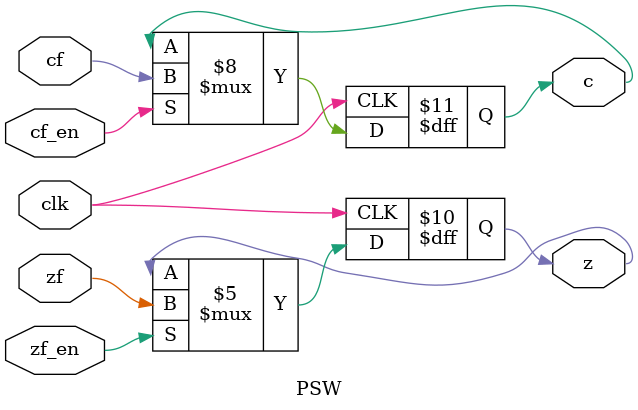
<source format=v>
module PSW (
    input clk,cf_en,zf_en,
    input cf,zf,
    output reg c,z
);
initial begin c=1'b0;z=1'b0;end
always @(negedge clk) begin
    if(cf_en)begin
        c<=cf;
    end
    else begin
        c<=c;
    end
end
always @(negedge clk) begin
    if(zf_en)begin
        z<=zf;
    end
    else begin
        z<=z;
    end
end    
endmodule
</source>
